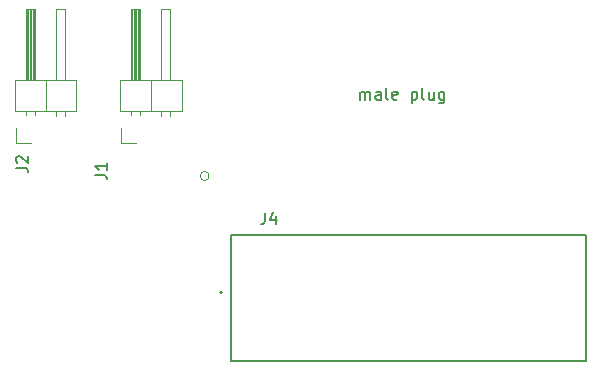
<source format=gbr>
%TF.GenerationSoftware,KiCad,Pcbnew,(6.0.5)*%
%TF.CreationDate,2022-07-15T10:42:52-06:00*%
%TF.ProjectId,25to25,3235746f-3235-42e6-9b69-6361645f7063,rev?*%
%TF.SameCoordinates,Original*%
%TF.FileFunction,Legend,Top*%
%TF.FilePolarity,Positive*%
%FSLAX46Y46*%
G04 Gerber Fmt 4.6, Leading zero omitted, Abs format (unit mm)*
G04 Created by KiCad (PCBNEW (6.0.5)) date 2022-07-15 10:42:52*
%MOMM*%
%LPD*%
G01*
G04 APERTURE LIST*
%ADD10C,0.150000*%
%ADD11C,0.127000*%
%ADD12C,0.200000*%
%ADD13C,0.120000*%
G04 APERTURE END LIST*
D10*
X145428571Y-60152380D02*
X145428571Y-59485714D01*
X145428571Y-59580952D02*
X145476190Y-59533333D01*
X145571428Y-59485714D01*
X145714285Y-59485714D01*
X145809523Y-59533333D01*
X145857142Y-59628571D01*
X145857142Y-60152380D01*
X145857142Y-59628571D02*
X145904761Y-59533333D01*
X146000000Y-59485714D01*
X146142857Y-59485714D01*
X146238095Y-59533333D01*
X146285714Y-59628571D01*
X146285714Y-60152380D01*
X147190476Y-60152380D02*
X147190476Y-59628571D01*
X147142857Y-59533333D01*
X147047619Y-59485714D01*
X146857142Y-59485714D01*
X146761904Y-59533333D01*
X147190476Y-60104761D02*
X147095238Y-60152380D01*
X146857142Y-60152380D01*
X146761904Y-60104761D01*
X146714285Y-60009523D01*
X146714285Y-59914285D01*
X146761904Y-59819047D01*
X146857142Y-59771428D01*
X147095238Y-59771428D01*
X147190476Y-59723809D01*
X147809523Y-60152380D02*
X147714285Y-60104761D01*
X147666666Y-60009523D01*
X147666666Y-59152380D01*
X148571428Y-60104761D02*
X148476190Y-60152380D01*
X148285714Y-60152380D01*
X148190476Y-60104761D01*
X148142857Y-60009523D01*
X148142857Y-59628571D01*
X148190476Y-59533333D01*
X148285714Y-59485714D01*
X148476190Y-59485714D01*
X148571428Y-59533333D01*
X148619047Y-59628571D01*
X148619047Y-59723809D01*
X148142857Y-59819047D01*
X149809523Y-59485714D02*
X149809523Y-60485714D01*
X149809523Y-59533333D02*
X149904761Y-59485714D01*
X150095238Y-59485714D01*
X150190476Y-59533333D01*
X150238095Y-59580952D01*
X150285714Y-59676190D01*
X150285714Y-59961904D01*
X150238095Y-60057142D01*
X150190476Y-60104761D01*
X150095238Y-60152380D01*
X149904761Y-60152380D01*
X149809523Y-60104761D01*
X150857142Y-60152380D02*
X150761904Y-60104761D01*
X150714285Y-60009523D01*
X150714285Y-59152380D01*
X151666666Y-59485714D02*
X151666666Y-60152380D01*
X151238095Y-59485714D02*
X151238095Y-60009523D01*
X151285714Y-60104761D01*
X151380952Y-60152380D01*
X151523809Y-60152380D01*
X151619047Y-60104761D01*
X151666666Y-60057142D01*
X152571428Y-59485714D02*
X152571428Y-60295238D01*
X152523809Y-60390476D01*
X152476190Y-60438095D01*
X152380952Y-60485714D01*
X152238095Y-60485714D01*
X152142857Y-60438095D01*
X152571428Y-60104761D02*
X152476190Y-60152380D01*
X152285714Y-60152380D01*
X152190476Y-60104761D01*
X152142857Y-60057142D01*
X152095238Y-59961904D01*
X152095238Y-59676190D01*
X152142857Y-59580952D01*
X152190476Y-59533333D01*
X152285714Y-59485714D01*
X152476190Y-59485714D01*
X152571428Y-59533333D01*
%TO.C,J4*%
X137386699Y-69722656D02*
X137386699Y-70436942D01*
X137339080Y-70579799D01*
X137243842Y-70675037D01*
X137100985Y-70722656D01*
X137005747Y-70722656D01*
X138291461Y-70055990D02*
X138291461Y-70722656D01*
X138053366Y-69675037D02*
X137815271Y-70389323D01*
X138434318Y-70389323D01*
%TO.C,J2*%
X116302380Y-65933333D02*
X117016666Y-65933333D01*
X117159523Y-65980952D01*
X117254761Y-66076190D01*
X117302380Y-66219047D01*
X117302380Y-66314285D01*
X116397619Y-65504761D02*
X116350000Y-65457142D01*
X116302380Y-65361904D01*
X116302380Y-65123809D01*
X116350000Y-65028571D01*
X116397619Y-64980952D01*
X116492857Y-64933333D01*
X116588095Y-64933333D01*
X116730952Y-64980952D01*
X117302380Y-65552380D01*
X117302380Y-64933333D01*
%TO.C,J1*%
X123002380Y-66533333D02*
X123716666Y-66533333D01*
X123859523Y-66580952D01*
X123954761Y-66676190D01*
X124002380Y-66819047D01*
X124002380Y-66914285D01*
X124002380Y-65533333D02*
X124002380Y-66104761D01*
X124002380Y-65819047D02*
X123002380Y-65819047D01*
X123145238Y-65914285D01*
X123240476Y-66009523D01*
X123288095Y-66104761D01*
D11*
%TO.C,J4*%
X134495033Y-71655276D02*
X164595033Y-71655276D01*
X134495033Y-82325276D02*
X134495033Y-71655276D01*
X134495033Y-82325276D02*
X164595033Y-82325276D01*
X164595033Y-71655276D02*
X164595033Y-82325276D01*
D12*
X133770033Y-76483276D02*
G75*
G03*
X133770033Y-76483276I-100000J0D01*
G01*
D13*
%TO.C,J2*%
X117710000Y-58500000D02*
X117710000Y-52500000D01*
X117590000Y-58500000D02*
X117590000Y-52500000D01*
X117350000Y-58500000D02*
X117350000Y-52500000D01*
X117230000Y-58500000D02*
X117230000Y-52500000D01*
X119710000Y-52500000D02*
X120470000Y-52500000D01*
X119710000Y-58500000D02*
X119710000Y-52500000D01*
X117470000Y-58500000D02*
X117470000Y-52500000D01*
X117930000Y-52500000D02*
X117930000Y-58500000D01*
X117930000Y-61490000D02*
X117930000Y-61160000D01*
X117830000Y-58500000D02*
X117830000Y-52500000D01*
X116220000Y-61160000D02*
X121420000Y-61160000D01*
X120470000Y-52500000D02*
X120470000Y-58500000D01*
X117170000Y-61490000D02*
X117170000Y-61160000D01*
X117170000Y-52500000D02*
X117930000Y-52500000D01*
X121420000Y-61160000D02*
X121420000Y-58500000D01*
X116280000Y-63870000D02*
X116280000Y-62600000D01*
X117550000Y-63870000D02*
X116280000Y-63870000D01*
X118820000Y-61160000D02*
X118820000Y-58500000D01*
X121420000Y-58500000D02*
X116220000Y-58500000D01*
X116220000Y-58500000D02*
X116220000Y-61160000D01*
X117170000Y-58500000D02*
X117170000Y-52500000D01*
X119710000Y-61557071D02*
X119710000Y-61160000D01*
X120470000Y-61557071D02*
X120470000Y-61160000D01*
%TO.C,J1*%
X126250000Y-58500000D02*
X126250000Y-52500000D01*
X126610000Y-58500000D02*
X126610000Y-52500000D01*
X129370000Y-52500000D02*
X129370000Y-58500000D01*
X128610000Y-61557071D02*
X128610000Y-61160000D01*
X127720000Y-61160000D02*
X127720000Y-58500000D01*
X126450000Y-63870000D02*
X125180000Y-63870000D01*
X126490000Y-58500000D02*
X126490000Y-52500000D01*
X125120000Y-61160000D02*
X130320000Y-61160000D01*
X130320000Y-58500000D02*
X125120000Y-58500000D01*
X126070000Y-58500000D02*
X126070000Y-52500000D01*
X126130000Y-58500000D02*
X126130000Y-52500000D01*
X125180000Y-63870000D02*
X125180000Y-62600000D01*
X126070000Y-61490000D02*
X126070000Y-61160000D01*
X126830000Y-61490000D02*
X126830000Y-61160000D01*
X126370000Y-58500000D02*
X126370000Y-52500000D01*
X128610000Y-58500000D02*
X128610000Y-52500000D01*
X129370000Y-61557071D02*
X129370000Y-61160000D01*
X126730000Y-58500000D02*
X126730000Y-52500000D01*
X125120000Y-58500000D02*
X125120000Y-61160000D01*
X128610000Y-52500000D02*
X129370000Y-52500000D01*
X126830000Y-52500000D02*
X126830000Y-58500000D01*
X126070000Y-52500000D02*
X126830000Y-52500000D01*
X130320000Y-61160000D02*
X130320000Y-58500000D01*
%TO.C,J3*%
X132650300Y-66630000D02*
G75*
G03*
X132650300Y-66630000I-381000J0D01*
G01*
%TD*%
M02*

</source>
